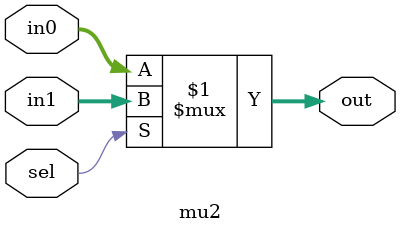
<source format=v>
module mu2(in0, in1, sel,out);
input [31:0] in0;
input [31:0] in1;
input sel;
output [31:0] out;

assign out = (sel)? in1:in0;
 /*      
always @(*)
begin
//$monitor("%d %d %d",in0,in1,out);
end*/
endmodule

</source>
